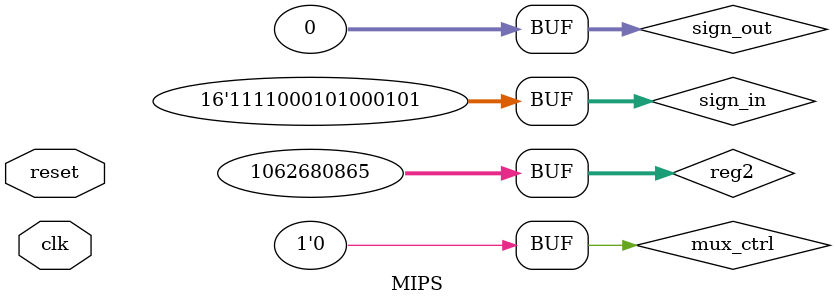
<source format=v>
`timescale 1ns / 1ps
module MIPS(
    input clk,
    input reset
    );

wire [15:0]sign_in = 16'hf145;
wire [31:0]sign_out = 32'h00000000;
wire [31:0]reg2 = 32'h3f573921;
wire mux_ctrl = 0; 
wire [31:0]mux_out;
//instantiated a ALU Source mux
mux u1 (
		.ctrl(mux_ctrl), 
		.in0(reg2), 
		.in1(sign_out), 
		.out(mux_out)
	);
//instantiated a sign extender
sign_extender u2 (
		.in(sign_in), 
		.out(sign_out)
	);
endmodule

</source>
